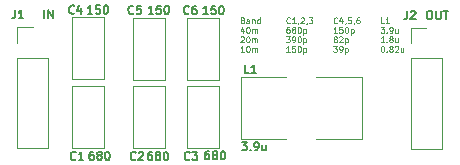
<source format=gbr>
%TF.GenerationSoftware,KiCad,Pcbnew,(6.0.7)*%
%TF.CreationDate,2024-06-12T17:15:33-04:00*%
%TF.ProjectId,DCR BPF V1,44435220-4250-4462-9056-312e6b696361,rev?*%
%TF.SameCoordinates,Original*%
%TF.FileFunction,Legend,Top*%
%TF.FilePolarity,Positive*%
%FSLAX46Y46*%
G04 Gerber Fmt 4.6, Leading zero omitted, Abs format (unit mm)*
G04 Created by KiCad (PCBNEW (6.0.7)) date 2024-06-12 17:15:33*
%MOMM*%
%LPD*%
G01*
G04 APERTURE LIST*
%ADD10C,0.050000*%
%ADD11C,0.150000*%
%ADD12C,0.120000*%
G04 APERTURE END LIST*
D10*
X62294214Y-56033785D02*
X62365642Y-56057595D01*
X62389452Y-56081404D01*
X62413261Y-56129023D01*
X62413261Y-56200452D01*
X62389452Y-56248071D01*
X62365642Y-56271880D01*
X62318023Y-56295690D01*
X62127547Y-56295690D01*
X62127547Y-55795690D01*
X62294214Y-55795690D01*
X62341833Y-55819500D01*
X62365642Y-55843309D01*
X62389452Y-55890928D01*
X62389452Y-55938547D01*
X62365642Y-55986166D01*
X62341833Y-56009976D01*
X62294214Y-56033785D01*
X62127547Y-56033785D01*
X62841833Y-56295690D02*
X62841833Y-56033785D01*
X62818023Y-55986166D01*
X62770404Y-55962357D01*
X62675166Y-55962357D01*
X62627547Y-55986166D01*
X62841833Y-56271880D02*
X62794214Y-56295690D01*
X62675166Y-56295690D01*
X62627547Y-56271880D01*
X62603738Y-56224261D01*
X62603738Y-56176642D01*
X62627547Y-56129023D01*
X62675166Y-56105214D01*
X62794214Y-56105214D01*
X62841833Y-56081404D01*
X63079928Y-55962357D02*
X63079928Y-56295690D01*
X63079928Y-56009976D02*
X63103738Y-55986166D01*
X63151357Y-55962357D01*
X63222785Y-55962357D01*
X63270404Y-55986166D01*
X63294214Y-56033785D01*
X63294214Y-56295690D01*
X63746595Y-56295690D02*
X63746595Y-55795690D01*
X63746595Y-56271880D02*
X63698976Y-56295690D01*
X63603738Y-56295690D01*
X63556119Y-56271880D01*
X63532309Y-56248071D01*
X63508500Y-56200452D01*
X63508500Y-56057595D01*
X63532309Y-56009976D01*
X63556119Y-55986166D01*
X63603738Y-55962357D01*
X63698976Y-55962357D01*
X63746595Y-55986166D01*
X66294214Y-56248071D02*
X66270404Y-56271880D01*
X66198976Y-56295690D01*
X66151357Y-56295690D01*
X66079928Y-56271880D01*
X66032309Y-56224261D01*
X66008500Y-56176642D01*
X65984690Y-56081404D01*
X65984690Y-56009976D01*
X66008500Y-55914738D01*
X66032309Y-55867119D01*
X66079928Y-55819500D01*
X66151357Y-55795690D01*
X66198976Y-55795690D01*
X66270404Y-55819500D01*
X66294214Y-55843309D01*
X66770404Y-56295690D02*
X66484690Y-56295690D01*
X66627547Y-56295690D02*
X66627547Y-55795690D01*
X66579928Y-55867119D01*
X66532309Y-55914738D01*
X66484690Y-55938547D01*
X67008500Y-56271880D02*
X67008500Y-56295690D01*
X66984690Y-56343309D01*
X66960880Y-56367119D01*
X67198976Y-55843309D02*
X67222785Y-55819500D01*
X67270404Y-55795690D01*
X67389452Y-55795690D01*
X67437071Y-55819500D01*
X67460880Y-55843309D01*
X67484690Y-55890928D01*
X67484690Y-55938547D01*
X67460880Y-56009976D01*
X67175166Y-56295690D01*
X67484690Y-56295690D01*
X67722785Y-56271880D02*
X67722785Y-56295690D01*
X67698976Y-56343309D01*
X67675166Y-56367119D01*
X67889452Y-55795690D02*
X68198976Y-55795690D01*
X68032309Y-55986166D01*
X68103738Y-55986166D01*
X68151357Y-56009976D01*
X68175166Y-56033785D01*
X68198976Y-56081404D01*
X68198976Y-56200452D01*
X68175166Y-56248071D01*
X68151357Y-56271880D01*
X68103738Y-56295690D01*
X67960880Y-56295690D01*
X67913261Y-56271880D01*
X67889452Y-56248071D01*
X70294214Y-56248071D02*
X70270404Y-56271880D01*
X70198976Y-56295690D01*
X70151357Y-56295690D01*
X70079928Y-56271880D01*
X70032309Y-56224261D01*
X70008500Y-56176642D01*
X69984690Y-56081404D01*
X69984690Y-56009976D01*
X70008500Y-55914738D01*
X70032309Y-55867119D01*
X70079928Y-55819500D01*
X70151357Y-55795690D01*
X70198976Y-55795690D01*
X70270404Y-55819500D01*
X70294214Y-55843309D01*
X70722785Y-55962357D02*
X70722785Y-56295690D01*
X70603738Y-55771880D02*
X70484690Y-56129023D01*
X70794214Y-56129023D01*
X71008500Y-56271880D02*
X71008500Y-56295690D01*
X70984690Y-56343309D01*
X70960880Y-56367119D01*
X71460880Y-55795690D02*
X71222785Y-55795690D01*
X71198976Y-56033785D01*
X71222785Y-56009976D01*
X71270404Y-55986166D01*
X71389452Y-55986166D01*
X71437071Y-56009976D01*
X71460880Y-56033785D01*
X71484690Y-56081404D01*
X71484690Y-56200452D01*
X71460880Y-56248071D01*
X71437071Y-56271880D01*
X71389452Y-56295690D01*
X71270404Y-56295690D01*
X71222785Y-56271880D01*
X71198976Y-56248071D01*
X71722785Y-56271880D02*
X71722785Y-56295690D01*
X71698976Y-56343309D01*
X71675166Y-56367119D01*
X72151357Y-55795690D02*
X72056119Y-55795690D01*
X72008500Y-55819500D01*
X71984690Y-55843309D01*
X71937071Y-55914738D01*
X71913261Y-56009976D01*
X71913261Y-56200452D01*
X71937071Y-56248071D01*
X71960880Y-56271880D01*
X72008500Y-56295690D01*
X72103738Y-56295690D01*
X72151357Y-56271880D01*
X72175166Y-56248071D01*
X72198976Y-56200452D01*
X72198976Y-56081404D01*
X72175166Y-56033785D01*
X72151357Y-56009976D01*
X72103738Y-55986166D01*
X72008500Y-55986166D01*
X71960880Y-56009976D01*
X71937071Y-56033785D01*
X71913261Y-56081404D01*
X74246595Y-56295690D02*
X74008500Y-56295690D01*
X74008500Y-55795690D01*
X74675166Y-56295690D02*
X74389452Y-56295690D01*
X74532309Y-56295690D02*
X74532309Y-55795690D01*
X74484690Y-55867119D01*
X74437071Y-55914738D01*
X74389452Y-55938547D01*
X62341833Y-56767357D02*
X62341833Y-57100690D01*
X62222785Y-56576880D02*
X62103738Y-56934023D01*
X62413261Y-56934023D01*
X62698976Y-56600690D02*
X62746595Y-56600690D01*
X62794214Y-56624500D01*
X62818023Y-56648309D01*
X62841833Y-56695928D01*
X62865642Y-56791166D01*
X62865642Y-56910214D01*
X62841833Y-57005452D01*
X62818023Y-57053071D01*
X62794214Y-57076880D01*
X62746595Y-57100690D01*
X62698976Y-57100690D01*
X62651357Y-57076880D01*
X62627547Y-57053071D01*
X62603738Y-57005452D01*
X62579928Y-56910214D01*
X62579928Y-56791166D01*
X62603738Y-56695928D01*
X62627547Y-56648309D01*
X62651357Y-56624500D01*
X62698976Y-56600690D01*
X63079928Y-57100690D02*
X63079928Y-56767357D01*
X63079928Y-56814976D02*
X63103738Y-56791166D01*
X63151357Y-56767357D01*
X63222785Y-56767357D01*
X63270404Y-56791166D01*
X63294214Y-56838785D01*
X63294214Y-57100690D01*
X63294214Y-56838785D02*
X63318023Y-56791166D01*
X63365642Y-56767357D01*
X63437071Y-56767357D01*
X63484690Y-56791166D01*
X63508500Y-56838785D01*
X63508500Y-57100690D01*
X66222785Y-56600690D02*
X66127547Y-56600690D01*
X66079928Y-56624500D01*
X66056119Y-56648309D01*
X66008500Y-56719738D01*
X65984690Y-56814976D01*
X65984690Y-57005452D01*
X66008500Y-57053071D01*
X66032309Y-57076880D01*
X66079928Y-57100690D01*
X66175166Y-57100690D01*
X66222785Y-57076880D01*
X66246595Y-57053071D01*
X66270404Y-57005452D01*
X66270404Y-56886404D01*
X66246595Y-56838785D01*
X66222785Y-56814976D01*
X66175166Y-56791166D01*
X66079928Y-56791166D01*
X66032309Y-56814976D01*
X66008500Y-56838785D01*
X65984690Y-56886404D01*
X66556119Y-56814976D02*
X66508500Y-56791166D01*
X66484690Y-56767357D01*
X66460880Y-56719738D01*
X66460880Y-56695928D01*
X66484690Y-56648309D01*
X66508500Y-56624500D01*
X66556119Y-56600690D01*
X66651357Y-56600690D01*
X66698976Y-56624500D01*
X66722785Y-56648309D01*
X66746595Y-56695928D01*
X66746595Y-56719738D01*
X66722785Y-56767357D01*
X66698976Y-56791166D01*
X66651357Y-56814976D01*
X66556119Y-56814976D01*
X66508500Y-56838785D01*
X66484690Y-56862595D01*
X66460880Y-56910214D01*
X66460880Y-57005452D01*
X66484690Y-57053071D01*
X66508500Y-57076880D01*
X66556119Y-57100690D01*
X66651357Y-57100690D01*
X66698976Y-57076880D01*
X66722785Y-57053071D01*
X66746595Y-57005452D01*
X66746595Y-56910214D01*
X66722785Y-56862595D01*
X66698976Y-56838785D01*
X66651357Y-56814976D01*
X67056119Y-56600690D02*
X67103738Y-56600690D01*
X67151357Y-56624500D01*
X67175166Y-56648309D01*
X67198976Y-56695928D01*
X67222785Y-56791166D01*
X67222785Y-56910214D01*
X67198976Y-57005452D01*
X67175166Y-57053071D01*
X67151357Y-57076880D01*
X67103738Y-57100690D01*
X67056119Y-57100690D01*
X67008500Y-57076880D01*
X66984690Y-57053071D01*
X66960880Y-57005452D01*
X66937071Y-56910214D01*
X66937071Y-56791166D01*
X66960880Y-56695928D01*
X66984690Y-56648309D01*
X67008500Y-56624500D01*
X67056119Y-56600690D01*
X67437071Y-56767357D02*
X67437071Y-57267357D01*
X67437071Y-56791166D02*
X67484690Y-56767357D01*
X67579928Y-56767357D01*
X67627547Y-56791166D01*
X67651357Y-56814976D01*
X67675166Y-56862595D01*
X67675166Y-57005452D01*
X67651357Y-57053071D01*
X67627547Y-57076880D01*
X67579928Y-57100690D01*
X67484690Y-57100690D01*
X67437071Y-57076880D01*
X70270404Y-57100690D02*
X69984690Y-57100690D01*
X70127547Y-57100690D02*
X70127547Y-56600690D01*
X70079928Y-56672119D01*
X70032309Y-56719738D01*
X69984690Y-56743547D01*
X70722785Y-56600690D02*
X70484690Y-56600690D01*
X70460880Y-56838785D01*
X70484690Y-56814976D01*
X70532309Y-56791166D01*
X70651357Y-56791166D01*
X70698976Y-56814976D01*
X70722785Y-56838785D01*
X70746595Y-56886404D01*
X70746595Y-57005452D01*
X70722785Y-57053071D01*
X70698976Y-57076880D01*
X70651357Y-57100690D01*
X70532309Y-57100690D01*
X70484690Y-57076880D01*
X70460880Y-57053071D01*
X71056119Y-56600690D02*
X71103738Y-56600690D01*
X71151357Y-56624500D01*
X71175166Y-56648309D01*
X71198976Y-56695928D01*
X71222785Y-56791166D01*
X71222785Y-56910214D01*
X71198976Y-57005452D01*
X71175166Y-57053071D01*
X71151357Y-57076880D01*
X71103738Y-57100690D01*
X71056119Y-57100690D01*
X71008500Y-57076880D01*
X70984690Y-57053071D01*
X70960880Y-57005452D01*
X70937071Y-56910214D01*
X70937071Y-56791166D01*
X70960880Y-56695928D01*
X70984690Y-56648309D01*
X71008500Y-56624500D01*
X71056119Y-56600690D01*
X71437071Y-56767357D02*
X71437071Y-57267357D01*
X71437071Y-56791166D02*
X71484690Y-56767357D01*
X71579928Y-56767357D01*
X71627547Y-56791166D01*
X71651357Y-56814976D01*
X71675166Y-56862595D01*
X71675166Y-57005452D01*
X71651357Y-57053071D01*
X71627547Y-57076880D01*
X71579928Y-57100690D01*
X71484690Y-57100690D01*
X71437071Y-57076880D01*
X73960880Y-56600690D02*
X74270404Y-56600690D01*
X74103738Y-56791166D01*
X74175166Y-56791166D01*
X74222785Y-56814976D01*
X74246595Y-56838785D01*
X74270404Y-56886404D01*
X74270404Y-57005452D01*
X74246595Y-57053071D01*
X74222785Y-57076880D01*
X74175166Y-57100690D01*
X74032309Y-57100690D01*
X73984690Y-57076880D01*
X73960880Y-57053071D01*
X74484690Y-57053071D02*
X74508500Y-57076880D01*
X74484690Y-57100690D01*
X74460880Y-57076880D01*
X74484690Y-57053071D01*
X74484690Y-57100690D01*
X74746595Y-57100690D02*
X74841833Y-57100690D01*
X74889452Y-57076880D01*
X74913261Y-57053071D01*
X74960880Y-56981642D01*
X74984690Y-56886404D01*
X74984690Y-56695928D01*
X74960880Y-56648309D01*
X74937071Y-56624500D01*
X74889452Y-56600690D01*
X74794214Y-56600690D01*
X74746595Y-56624500D01*
X74722785Y-56648309D01*
X74698976Y-56695928D01*
X74698976Y-56814976D01*
X74722785Y-56862595D01*
X74746595Y-56886404D01*
X74794214Y-56910214D01*
X74889452Y-56910214D01*
X74937071Y-56886404D01*
X74960880Y-56862595D01*
X74984690Y-56814976D01*
X75413261Y-56767357D02*
X75413261Y-57100690D01*
X75198976Y-56767357D02*
X75198976Y-57029261D01*
X75222785Y-57076880D01*
X75270404Y-57100690D01*
X75341833Y-57100690D01*
X75389452Y-57076880D01*
X75413261Y-57053071D01*
X62103738Y-57453309D02*
X62127547Y-57429500D01*
X62175166Y-57405690D01*
X62294214Y-57405690D01*
X62341833Y-57429500D01*
X62365642Y-57453309D01*
X62389452Y-57500928D01*
X62389452Y-57548547D01*
X62365642Y-57619976D01*
X62079928Y-57905690D01*
X62389452Y-57905690D01*
X62698976Y-57405690D02*
X62746595Y-57405690D01*
X62794214Y-57429500D01*
X62818023Y-57453309D01*
X62841833Y-57500928D01*
X62865642Y-57596166D01*
X62865642Y-57715214D01*
X62841833Y-57810452D01*
X62818023Y-57858071D01*
X62794214Y-57881880D01*
X62746595Y-57905690D01*
X62698976Y-57905690D01*
X62651357Y-57881880D01*
X62627547Y-57858071D01*
X62603738Y-57810452D01*
X62579928Y-57715214D01*
X62579928Y-57596166D01*
X62603738Y-57500928D01*
X62627547Y-57453309D01*
X62651357Y-57429500D01*
X62698976Y-57405690D01*
X63079928Y-57905690D02*
X63079928Y-57572357D01*
X63079928Y-57619976D02*
X63103738Y-57596166D01*
X63151357Y-57572357D01*
X63222785Y-57572357D01*
X63270404Y-57596166D01*
X63294214Y-57643785D01*
X63294214Y-57905690D01*
X63294214Y-57643785D02*
X63318023Y-57596166D01*
X63365642Y-57572357D01*
X63437071Y-57572357D01*
X63484690Y-57596166D01*
X63508500Y-57643785D01*
X63508500Y-57905690D01*
X65960880Y-57405690D02*
X66270404Y-57405690D01*
X66103738Y-57596166D01*
X66175166Y-57596166D01*
X66222785Y-57619976D01*
X66246595Y-57643785D01*
X66270404Y-57691404D01*
X66270404Y-57810452D01*
X66246595Y-57858071D01*
X66222785Y-57881880D01*
X66175166Y-57905690D01*
X66032309Y-57905690D01*
X65984690Y-57881880D01*
X65960880Y-57858071D01*
X66508500Y-57905690D02*
X66603738Y-57905690D01*
X66651357Y-57881880D01*
X66675166Y-57858071D01*
X66722785Y-57786642D01*
X66746595Y-57691404D01*
X66746595Y-57500928D01*
X66722785Y-57453309D01*
X66698976Y-57429500D01*
X66651357Y-57405690D01*
X66556119Y-57405690D01*
X66508500Y-57429500D01*
X66484690Y-57453309D01*
X66460880Y-57500928D01*
X66460880Y-57619976D01*
X66484690Y-57667595D01*
X66508500Y-57691404D01*
X66556119Y-57715214D01*
X66651357Y-57715214D01*
X66698976Y-57691404D01*
X66722785Y-57667595D01*
X66746595Y-57619976D01*
X67056119Y-57405690D02*
X67103738Y-57405690D01*
X67151357Y-57429500D01*
X67175166Y-57453309D01*
X67198976Y-57500928D01*
X67222785Y-57596166D01*
X67222785Y-57715214D01*
X67198976Y-57810452D01*
X67175166Y-57858071D01*
X67151357Y-57881880D01*
X67103738Y-57905690D01*
X67056119Y-57905690D01*
X67008500Y-57881880D01*
X66984690Y-57858071D01*
X66960880Y-57810452D01*
X66937071Y-57715214D01*
X66937071Y-57596166D01*
X66960880Y-57500928D01*
X66984690Y-57453309D01*
X67008500Y-57429500D01*
X67056119Y-57405690D01*
X67437071Y-57572357D02*
X67437071Y-58072357D01*
X67437071Y-57596166D02*
X67484690Y-57572357D01*
X67579928Y-57572357D01*
X67627547Y-57596166D01*
X67651357Y-57619976D01*
X67675166Y-57667595D01*
X67675166Y-57810452D01*
X67651357Y-57858071D01*
X67627547Y-57881880D01*
X67579928Y-57905690D01*
X67484690Y-57905690D01*
X67437071Y-57881880D01*
X70079928Y-57619976D02*
X70032309Y-57596166D01*
X70008500Y-57572357D01*
X69984690Y-57524738D01*
X69984690Y-57500928D01*
X70008500Y-57453309D01*
X70032309Y-57429500D01*
X70079928Y-57405690D01*
X70175166Y-57405690D01*
X70222785Y-57429500D01*
X70246595Y-57453309D01*
X70270404Y-57500928D01*
X70270404Y-57524738D01*
X70246595Y-57572357D01*
X70222785Y-57596166D01*
X70175166Y-57619976D01*
X70079928Y-57619976D01*
X70032309Y-57643785D01*
X70008500Y-57667595D01*
X69984690Y-57715214D01*
X69984690Y-57810452D01*
X70008500Y-57858071D01*
X70032309Y-57881880D01*
X70079928Y-57905690D01*
X70175166Y-57905690D01*
X70222785Y-57881880D01*
X70246595Y-57858071D01*
X70270404Y-57810452D01*
X70270404Y-57715214D01*
X70246595Y-57667595D01*
X70222785Y-57643785D01*
X70175166Y-57619976D01*
X70460880Y-57453309D02*
X70484690Y-57429500D01*
X70532309Y-57405690D01*
X70651357Y-57405690D01*
X70698976Y-57429500D01*
X70722785Y-57453309D01*
X70746595Y-57500928D01*
X70746595Y-57548547D01*
X70722785Y-57619976D01*
X70437071Y-57905690D01*
X70746595Y-57905690D01*
X70960880Y-57572357D02*
X70960880Y-58072357D01*
X70960880Y-57596166D02*
X71008500Y-57572357D01*
X71103738Y-57572357D01*
X71151357Y-57596166D01*
X71175166Y-57619976D01*
X71198976Y-57667595D01*
X71198976Y-57810452D01*
X71175166Y-57858071D01*
X71151357Y-57881880D01*
X71103738Y-57905690D01*
X71008500Y-57905690D01*
X70960880Y-57881880D01*
X74270404Y-57905690D02*
X73984690Y-57905690D01*
X74127547Y-57905690D02*
X74127547Y-57405690D01*
X74079928Y-57477119D01*
X74032309Y-57524738D01*
X73984690Y-57548547D01*
X74484690Y-57858071D02*
X74508500Y-57881880D01*
X74484690Y-57905690D01*
X74460880Y-57881880D01*
X74484690Y-57858071D01*
X74484690Y-57905690D01*
X74794214Y-57619976D02*
X74746595Y-57596166D01*
X74722785Y-57572357D01*
X74698976Y-57524738D01*
X74698976Y-57500928D01*
X74722785Y-57453309D01*
X74746595Y-57429500D01*
X74794214Y-57405690D01*
X74889452Y-57405690D01*
X74937071Y-57429500D01*
X74960880Y-57453309D01*
X74984690Y-57500928D01*
X74984690Y-57524738D01*
X74960880Y-57572357D01*
X74937071Y-57596166D01*
X74889452Y-57619976D01*
X74794214Y-57619976D01*
X74746595Y-57643785D01*
X74722785Y-57667595D01*
X74698976Y-57715214D01*
X74698976Y-57810452D01*
X74722785Y-57858071D01*
X74746595Y-57881880D01*
X74794214Y-57905690D01*
X74889452Y-57905690D01*
X74937071Y-57881880D01*
X74960880Y-57858071D01*
X74984690Y-57810452D01*
X74984690Y-57715214D01*
X74960880Y-57667595D01*
X74937071Y-57643785D01*
X74889452Y-57619976D01*
X75413261Y-57572357D02*
X75413261Y-57905690D01*
X75198976Y-57572357D02*
X75198976Y-57834261D01*
X75222785Y-57881880D01*
X75270404Y-57905690D01*
X75341833Y-57905690D01*
X75389452Y-57881880D01*
X75413261Y-57858071D01*
X62389452Y-58710690D02*
X62103738Y-58710690D01*
X62246595Y-58710690D02*
X62246595Y-58210690D01*
X62198976Y-58282119D01*
X62151357Y-58329738D01*
X62103738Y-58353547D01*
X62698976Y-58210690D02*
X62746595Y-58210690D01*
X62794214Y-58234500D01*
X62818023Y-58258309D01*
X62841833Y-58305928D01*
X62865642Y-58401166D01*
X62865642Y-58520214D01*
X62841833Y-58615452D01*
X62818023Y-58663071D01*
X62794214Y-58686880D01*
X62746595Y-58710690D01*
X62698976Y-58710690D01*
X62651357Y-58686880D01*
X62627547Y-58663071D01*
X62603738Y-58615452D01*
X62579928Y-58520214D01*
X62579928Y-58401166D01*
X62603738Y-58305928D01*
X62627547Y-58258309D01*
X62651357Y-58234500D01*
X62698976Y-58210690D01*
X63079928Y-58710690D02*
X63079928Y-58377357D01*
X63079928Y-58424976D02*
X63103738Y-58401166D01*
X63151357Y-58377357D01*
X63222785Y-58377357D01*
X63270404Y-58401166D01*
X63294214Y-58448785D01*
X63294214Y-58710690D01*
X63294214Y-58448785D02*
X63318023Y-58401166D01*
X63365642Y-58377357D01*
X63437071Y-58377357D01*
X63484690Y-58401166D01*
X63508500Y-58448785D01*
X63508500Y-58710690D01*
X66270404Y-58710690D02*
X65984690Y-58710690D01*
X66127547Y-58710690D02*
X66127547Y-58210690D01*
X66079928Y-58282119D01*
X66032309Y-58329738D01*
X65984690Y-58353547D01*
X66722785Y-58210690D02*
X66484690Y-58210690D01*
X66460880Y-58448785D01*
X66484690Y-58424976D01*
X66532309Y-58401166D01*
X66651357Y-58401166D01*
X66698976Y-58424976D01*
X66722785Y-58448785D01*
X66746595Y-58496404D01*
X66746595Y-58615452D01*
X66722785Y-58663071D01*
X66698976Y-58686880D01*
X66651357Y-58710690D01*
X66532309Y-58710690D01*
X66484690Y-58686880D01*
X66460880Y-58663071D01*
X67056119Y-58210690D02*
X67103738Y-58210690D01*
X67151357Y-58234500D01*
X67175166Y-58258309D01*
X67198976Y-58305928D01*
X67222785Y-58401166D01*
X67222785Y-58520214D01*
X67198976Y-58615452D01*
X67175166Y-58663071D01*
X67151357Y-58686880D01*
X67103738Y-58710690D01*
X67056119Y-58710690D01*
X67008500Y-58686880D01*
X66984690Y-58663071D01*
X66960880Y-58615452D01*
X66937071Y-58520214D01*
X66937071Y-58401166D01*
X66960880Y-58305928D01*
X66984690Y-58258309D01*
X67008500Y-58234500D01*
X67056119Y-58210690D01*
X67437071Y-58377357D02*
X67437071Y-58877357D01*
X67437071Y-58401166D02*
X67484690Y-58377357D01*
X67579928Y-58377357D01*
X67627547Y-58401166D01*
X67651357Y-58424976D01*
X67675166Y-58472595D01*
X67675166Y-58615452D01*
X67651357Y-58663071D01*
X67627547Y-58686880D01*
X67579928Y-58710690D01*
X67484690Y-58710690D01*
X67437071Y-58686880D01*
X69960880Y-58210690D02*
X70270404Y-58210690D01*
X70103738Y-58401166D01*
X70175166Y-58401166D01*
X70222785Y-58424976D01*
X70246595Y-58448785D01*
X70270404Y-58496404D01*
X70270404Y-58615452D01*
X70246595Y-58663071D01*
X70222785Y-58686880D01*
X70175166Y-58710690D01*
X70032309Y-58710690D01*
X69984690Y-58686880D01*
X69960880Y-58663071D01*
X70508500Y-58710690D02*
X70603738Y-58710690D01*
X70651357Y-58686880D01*
X70675166Y-58663071D01*
X70722785Y-58591642D01*
X70746595Y-58496404D01*
X70746595Y-58305928D01*
X70722785Y-58258309D01*
X70698976Y-58234500D01*
X70651357Y-58210690D01*
X70556119Y-58210690D01*
X70508500Y-58234500D01*
X70484690Y-58258309D01*
X70460880Y-58305928D01*
X70460880Y-58424976D01*
X70484690Y-58472595D01*
X70508500Y-58496404D01*
X70556119Y-58520214D01*
X70651357Y-58520214D01*
X70698976Y-58496404D01*
X70722785Y-58472595D01*
X70746595Y-58424976D01*
X70960880Y-58377357D02*
X70960880Y-58877357D01*
X70960880Y-58401166D02*
X71008500Y-58377357D01*
X71103738Y-58377357D01*
X71151357Y-58401166D01*
X71175166Y-58424976D01*
X71198976Y-58472595D01*
X71198976Y-58615452D01*
X71175166Y-58663071D01*
X71151357Y-58686880D01*
X71103738Y-58710690D01*
X71008500Y-58710690D01*
X70960880Y-58686880D01*
X74103738Y-58210690D02*
X74151357Y-58210690D01*
X74198976Y-58234500D01*
X74222785Y-58258309D01*
X74246595Y-58305928D01*
X74270404Y-58401166D01*
X74270404Y-58520214D01*
X74246595Y-58615452D01*
X74222785Y-58663071D01*
X74198976Y-58686880D01*
X74151357Y-58710690D01*
X74103738Y-58710690D01*
X74056119Y-58686880D01*
X74032309Y-58663071D01*
X74008500Y-58615452D01*
X73984690Y-58520214D01*
X73984690Y-58401166D01*
X74008500Y-58305928D01*
X74032309Y-58258309D01*
X74056119Y-58234500D01*
X74103738Y-58210690D01*
X74484690Y-58663071D02*
X74508500Y-58686880D01*
X74484690Y-58710690D01*
X74460880Y-58686880D01*
X74484690Y-58663071D01*
X74484690Y-58710690D01*
X74794214Y-58424976D02*
X74746595Y-58401166D01*
X74722785Y-58377357D01*
X74698976Y-58329738D01*
X74698976Y-58305928D01*
X74722785Y-58258309D01*
X74746595Y-58234500D01*
X74794214Y-58210690D01*
X74889452Y-58210690D01*
X74937071Y-58234500D01*
X74960880Y-58258309D01*
X74984690Y-58305928D01*
X74984690Y-58329738D01*
X74960880Y-58377357D01*
X74937071Y-58401166D01*
X74889452Y-58424976D01*
X74794214Y-58424976D01*
X74746595Y-58448785D01*
X74722785Y-58472595D01*
X74698976Y-58520214D01*
X74698976Y-58615452D01*
X74722785Y-58663071D01*
X74746595Y-58686880D01*
X74794214Y-58710690D01*
X74889452Y-58710690D01*
X74937071Y-58686880D01*
X74960880Y-58663071D01*
X74984690Y-58615452D01*
X74984690Y-58520214D01*
X74960880Y-58472595D01*
X74937071Y-58448785D01*
X74889452Y-58424976D01*
X75175166Y-58258309D02*
X75198976Y-58234500D01*
X75246595Y-58210690D01*
X75365642Y-58210690D01*
X75413261Y-58234500D01*
X75437071Y-58258309D01*
X75460880Y-58305928D01*
X75460880Y-58353547D01*
X75437071Y-58424976D01*
X75151357Y-58710690D01*
X75460880Y-58710690D01*
X75889452Y-58377357D02*
X75889452Y-58710690D01*
X75675166Y-58377357D02*
X75675166Y-58639261D01*
X75698976Y-58686880D01*
X75746595Y-58710690D01*
X75818023Y-58710690D01*
X75865642Y-58686880D01*
X75889452Y-58663071D01*
D11*
%TO.C,C5*%
X53032833Y-55431500D02*
X52999500Y-55464833D01*
X52899500Y-55498166D01*
X52832833Y-55498166D01*
X52732833Y-55464833D01*
X52666166Y-55398166D01*
X52632833Y-55331500D01*
X52599500Y-55198166D01*
X52599500Y-55098166D01*
X52632833Y-54964833D01*
X52666166Y-54898166D01*
X52732833Y-54831500D01*
X52832833Y-54798166D01*
X52899500Y-54798166D01*
X52999500Y-54831500D01*
X53032833Y-54864833D01*
X53666166Y-54798166D02*
X53332833Y-54798166D01*
X53299500Y-55131500D01*
X53332833Y-55098166D01*
X53399500Y-55064833D01*
X53566166Y-55064833D01*
X53632833Y-55098166D01*
X53666166Y-55131500D01*
X53699500Y-55198166D01*
X53699500Y-55364833D01*
X53666166Y-55431500D01*
X53632833Y-55464833D01*
X53566166Y-55498166D01*
X53399500Y-55498166D01*
X53332833Y-55464833D01*
X53299500Y-55431500D01*
X54714833Y-55498166D02*
X54314833Y-55498166D01*
X54514833Y-55498166D02*
X54514833Y-54798166D01*
X54448166Y-54898166D01*
X54381500Y-54964833D01*
X54314833Y-54998166D01*
X55348166Y-54798166D02*
X55014833Y-54798166D01*
X54981500Y-55131500D01*
X55014833Y-55098166D01*
X55081500Y-55064833D01*
X55248166Y-55064833D01*
X55314833Y-55098166D01*
X55348166Y-55131500D01*
X55381500Y-55198166D01*
X55381500Y-55364833D01*
X55348166Y-55431500D01*
X55314833Y-55464833D01*
X55248166Y-55498166D01*
X55081500Y-55498166D01*
X55014833Y-55464833D01*
X54981500Y-55431500D01*
X55814833Y-54798166D02*
X55881500Y-54798166D01*
X55948166Y-54831500D01*
X55981500Y-54864833D01*
X56014833Y-54931500D01*
X56048166Y-55064833D01*
X56048166Y-55231500D01*
X56014833Y-55364833D01*
X55981500Y-55431500D01*
X55948166Y-55464833D01*
X55881500Y-55498166D01*
X55814833Y-55498166D01*
X55748166Y-55464833D01*
X55714833Y-55431500D01*
X55681500Y-55364833D01*
X55648166Y-55231500D01*
X55648166Y-55064833D01*
X55681500Y-54931500D01*
X55714833Y-54864833D01*
X55748166Y-54831500D01*
X55814833Y-54798166D01*
%TO.C,C6*%
X57731833Y-55451500D02*
X57698500Y-55484833D01*
X57598500Y-55518166D01*
X57531833Y-55518166D01*
X57431833Y-55484833D01*
X57365166Y-55418166D01*
X57331833Y-55351500D01*
X57298500Y-55218166D01*
X57298500Y-55118166D01*
X57331833Y-54984833D01*
X57365166Y-54918166D01*
X57431833Y-54851500D01*
X57531833Y-54818166D01*
X57598500Y-54818166D01*
X57698500Y-54851500D01*
X57731833Y-54884833D01*
X58331833Y-54818166D02*
X58198500Y-54818166D01*
X58131833Y-54851500D01*
X58098500Y-54884833D01*
X58031833Y-54984833D01*
X57998500Y-55118166D01*
X57998500Y-55384833D01*
X58031833Y-55451500D01*
X58065166Y-55484833D01*
X58131833Y-55518166D01*
X58265166Y-55518166D01*
X58331833Y-55484833D01*
X58365166Y-55451500D01*
X58398500Y-55384833D01*
X58398500Y-55218166D01*
X58365166Y-55151500D01*
X58331833Y-55118166D01*
X58265166Y-55084833D01*
X58131833Y-55084833D01*
X58065166Y-55118166D01*
X58031833Y-55151500D01*
X57998500Y-55218166D01*
X59350333Y-55518166D02*
X58950333Y-55518166D01*
X59150333Y-55518166D02*
X59150333Y-54818166D01*
X59083666Y-54918166D01*
X59017000Y-54984833D01*
X58950333Y-55018166D01*
X59983666Y-54818166D02*
X59650333Y-54818166D01*
X59617000Y-55151500D01*
X59650333Y-55118166D01*
X59717000Y-55084833D01*
X59883666Y-55084833D01*
X59950333Y-55118166D01*
X59983666Y-55151500D01*
X60017000Y-55218166D01*
X60017000Y-55384833D01*
X59983666Y-55451500D01*
X59950333Y-55484833D01*
X59883666Y-55518166D01*
X59717000Y-55518166D01*
X59650333Y-55484833D01*
X59617000Y-55451500D01*
X60450333Y-54818166D02*
X60517000Y-54818166D01*
X60583666Y-54851500D01*
X60617000Y-54884833D01*
X60650333Y-54951500D01*
X60683666Y-55084833D01*
X60683666Y-55251500D01*
X60650333Y-55384833D01*
X60617000Y-55451500D01*
X60583666Y-55484833D01*
X60517000Y-55518166D01*
X60450333Y-55518166D01*
X60383666Y-55484833D01*
X60350333Y-55451500D01*
X60317000Y-55384833D01*
X60283666Y-55251500D01*
X60283666Y-55084833D01*
X60317000Y-54951500D01*
X60350333Y-54884833D01*
X60383666Y-54851500D01*
X60450333Y-54818166D01*
%TO.C,C3*%
X57795333Y-67814000D02*
X57762000Y-67847333D01*
X57662000Y-67880666D01*
X57595333Y-67880666D01*
X57495333Y-67847333D01*
X57428666Y-67780666D01*
X57395333Y-67714000D01*
X57362000Y-67580666D01*
X57362000Y-67480666D01*
X57395333Y-67347333D01*
X57428666Y-67280666D01*
X57495333Y-67214000D01*
X57595333Y-67180666D01*
X57662000Y-67180666D01*
X57762000Y-67214000D01*
X57795333Y-67247333D01*
X58028666Y-67180666D02*
X58462000Y-67180666D01*
X58228666Y-67447333D01*
X58328666Y-67447333D01*
X58395333Y-67480666D01*
X58428666Y-67514000D01*
X58462000Y-67580666D01*
X58462000Y-67747333D01*
X58428666Y-67814000D01*
X58395333Y-67847333D01*
X58328666Y-67880666D01*
X58128666Y-67880666D01*
X58062000Y-67847333D01*
X58028666Y-67814000D01*
X59410666Y-67117166D02*
X59277333Y-67117166D01*
X59210666Y-67150500D01*
X59177333Y-67183833D01*
X59110666Y-67283833D01*
X59077333Y-67417166D01*
X59077333Y-67683833D01*
X59110666Y-67750500D01*
X59144000Y-67783833D01*
X59210666Y-67817166D01*
X59344000Y-67817166D01*
X59410666Y-67783833D01*
X59444000Y-67750500D01*
X59477333Y-67683833D01*
X59477333Y-67517166D01*
X59444000Y-67450500D01*
X59410666Y-67417166D01*
X59344000Y-67383833D01*
X59210666Y-67383833D01*
X59144000Y-67417166D01*
X59110666Y-67450500D01*
X59077333Y-67517166D01*
X59877333Y-67417166D02*
X59810666Y-67383833D01*
X59777333Y-67350500D01*
X59744000Y-67283833D01*
X59744000Y-67250500D01*
X59777333Y-67183833D01*
X59810666Y-67150500D01*
X59877333Y-67117166D01*
X60010666Y-67117166D01*
X60077333Y-67150500D01*
X60110666Y-67183833D01*
X60144000Y-67250500D01*
X60144000Y-67283833D01*
X60110666Y-67350500D01*
X60077333Y-67383833D01*
X60010666Y-67417166D01*
X59877333Y-67417166D01*
X59810666Y-67450500D01*
X59777333Y-67483833D01*
X59744000Y-67550500D01*
X59744000Y-67683833D01*
X59777333Y-67750500D01*
X59810666Y-67783833D01*
X59877333Y-67817166D01*
X60010666Y-67817166D01*
X60077333Y-67783833D01*
X60110666Y-67750500D01*
X60144000Y-67683833D01*
X60144000Y-67550500D01*
X60110666Y-67483833D01*
X60077333Y-67450500D01*
X60010666Y-67417166D01*
X60577333Y-67117166D02*
X60644000Y-67117166D01*
X60710666Y-67150500D01*
X60744000Y-67183833D01*
X60777333Y-67250500D01*
X60810666Y-67383833D01*
X60810666Y-67550500D01*
X60777333Y-67683833D01*
X60744000Y-67750500D01*
X60710666Y-67783833D01*
X60644000Y-67817166D01*
X60577333Y-67817166D01*
X60510666Y-67783833D01*
X60477333Y-67750500D01*
X60444000Y-67683833D01*
X60410666Y-67550500D01*
X60410666Y-67383833D01*
X60444000Y-67250500D01*
X60477333Y-67183833D01*
X60510666Y-67150500D01*
X60577333Y-67117166D01*
%TO.C,J1*%
X43010166Y-55179166D02*
X43010166Y-55679166D01*
X42976833Y-55779166D01*
X42910166Y-55845833D01*
X42810166Y-55879166D01*
X42743500Y-55879166D01*
X43710166Y-55879166D02*
X43310166Y-55879166D01*
X43510166Y-55879166D02*
X43510166Y-55179166D01*
X43443500Y-55279166D01*
X43376833Y-55345833D01*
X43310166Y-55379166D01*
X45480333Y-55879166D02*
X45480333Y-55179166D01*
X45813666Y-55879166D02*
X45813666Y-55179166D01*
X46213666Y-55879166D01*
X46213666Y-55179166D01*
%TO.C,C4*%
X48016333Y-55411500D02*
X47983000Y-55444833D01*
X47883000Y-55478166D01*
X47816333Y-55478166D01*
X47716333Y-55444833D01*
X47649666Y-55378166D01*
X47616333Y-55311500D01*
X47583000Y-55178166D01*
X47583000Y-55078166D01*
X47616333Y-54944833D01*
X47649666Y-54878166D01*
X47716333Y-54811500D01*
X47816333Y-54778166D01*
X47883000Y-54778166D01*
X47983000Y-54811500D01*
X48016333Y-54844833D01*
X48616333Y-55011500D02*
X48616333Y-55478166D01*
X48449666Y-54744833D02*
X48283000Y-55244833D01*
X48716333Y-55244833D01*
X49571333Y-55478166D02*
X49171333Y-55478166D01*
X49371333Y-55478166D02*
X49371333Y-54778166D01*
X49304666Y-54878166D01*
X49238000Y-54944833D01*
X49171333Y-54978166D01*
X50204666Y-54778166D02*
X49871333Y-54778166D01*
X49838000Y-55111500D01*
X49871333Y-55078166D01*
X49938000Y-55044833D01*
X50104666Y-55044833D01*
X50171333Y-55078166D01*
X50204666Y-55111500D01*
X50238000Y-55178166D01*
X50238000Y-55344833D01*
X50204666Y-55411500D01*
X50171333Y-55444833D01*
X50104666Y-55478166D01*
X49938000Y-55478166D01*
X49871333Y-55444833D01*
X49838000Y-55411500D01*
X50671333Y-54778166D02*
X50738000Y-54778166D01*
X50804666Y-54811500D01*
X50838000Y-54844833D01*
X50871333Y-54911500D01*
X50904666Y-55044833D01*
X50904666Y-55211500D01*
X50871333Y-55344833D01*
X50838000Y-55411500D01*
X50804666Y-55444833D01*
X50738000Y-55478166D01*
X50671333Y-55478166D01*
X50604666Y-55444833D01*
X50571333Y-55411500D01*
X50538000Y-55344833D01*
X50504666Y-55211500D01*
X50504666Y-55044833D01*
X50538000Y-54911500D01*
X50571333Y-54844833D01*
X50604666Y-54811500D01*
X50671333Y-54778166D01*
%TO.C,C1*%
X48143333Y-67794000D02*
X48110000Y-67827333D01*
X48010000Y-67860666D01*
X47943333Y-67860666D01*
X47843333Y-67827333D01*
X47776666Y-67760666D01*
X47743333Y-67694000D01*
X47710000Y-67560666D01*
X47710000Y-67460666D01*
X47743333Y-67327333D01*
X47776666Y-67260666D01*
X47843333Y-67194000D01*
X47943333Y-67160666D01*
X48010000Y-67160666D01*
X48110000Y-67194000D01*
X48143333Y-67227333D01*
X48810000Y-67860666D02*
X48410000Y-67860666D01*
X48610000Y-67860666D02*
X48610000Y-67160666D01*
X48543333Y-67260666D01*
X48476666Y-67327333D01*
X48410000Y-67360666D01*
X49631666Y-67160666D02*
X49498333Y-67160666D01*
X49431666Y-67194000D01*
X49398333Y-67227333D01*
X49331666Y-67327333D01*
X49298333Y-67460666D01*
X49298333Y-67727333D01*
X49331666Y-67794000D01*
X49365000Y-67827333D01*
X49431666Y-67860666D01*
X49565000Y-67860666D01*
X49631666Y-67827333D01*
X49665000Y-67794000D01*
X49698333Y-67727333D01*
X49698333Y-67560666D01*
X49665000Y-67494000D01*
X49631666Y-67460666D01*
X49565000Y-67427333D01*
X49431666Y-67427333D01*
X49365000Y-67460666D01*
X49331666Y-67494000D01*
X49298333Y-67560666D01*
X50098333Y-67460666D02*
X50031666Y-67427333D01*
X49998333Y-67394000D01*
X49965000Y-67327333D01*
X49965000Y-67294000D01*
X49998333Y-67227333D01*
X50031666Y-67194000D01*
X50098333Y-67160666D01*
X50231666Y-67160666D01*
X50298333Y-67194000D01*
X50331666Y-67227333D01*
X50365000Y-67294000D01*
X50365000Y-67327333D01*
X50331666Y-67394000D01*
X50298333Y-67427333D01*
X50231666Y-67460666D01*
X50098333Y-67460666D01*
X50031666Y-67494000D01*
X49998333Y-67527333D01*
X49965000Y-67594000D01*
X49965000Y-67727333D01*
X49998333Y-67794000D01*
X50031666Y-67827333D01*
X50098333Y-67860666D01*
X50231666Y-67860666D01*
X50298333Y-67827333D01*
X50331666Y-67794000D01*
X50365000Y-67727333D01*
X50365000Y-67594000D01*
X50331666Y-67527333D01*
X50298333Y-67494000D01*
X50231666Y-67460666D01*
X50798333Y-67160666D02*
X50865000Y-67160666D01*
X50931666Y-67194000D01*
X50965000Y-67227333D01*
X50998333Y-67294000D01*
X51031666Y-67427333D01*
X51031666Y-67594000D01*
X50998333Y-67727333D01*
X50965000Y-67794000D01*
X50931666Y-67827333D01*
X50865000Y-67860666D01*
X50798333Y-67860666D01*
X50731666Y-67827333D01*
X50698333Y-67794000D01*
X50665000Y-67727333D01*
X50631666Y-67594000D01*
X50631666Y-67427333D01*
X50665000Y-67294000D01*
X50698333Y-67227333D01*
X50731666Y-67194000D01*
X50798333Y-67160666D01*
%TO.C,J2*%
X76220666Y-55242666D02*
X76220666Y-55742666D01*
X76187333Y-55842666D01*
X76120666Y-55909333D01*
X76020666Y-55942666D01*
X75954000Y-55942666D01*
X76520666Y-55309333D02*
X76554000Y-55276000D01*
X76620666Y-55242666D01*
X76787333Y-55242666D01*
X76854000Y-55276000D01*
X76887333Y-55309333D01*
X76920666Y-55376000D01*
X76920666Y-55442666D01*
X76887333Y-55542666D01*
X76487333Y-55942666D01*
X76920666Y-55942666D01*
X78040000Y-55242666D02*
X78173333Y-55242666D01*
X78240000Y-55276000D01*
X78306666Y-55342666D01*
X78340000Y-55476000D01*
X78340000Y-55709333D01*
X78306666Y-55842666D01*
X78240000Y-55909333D01*
X78173333Y-55942666D01*
X78040000Y-55942666D01*
X77973333Y-55909333D01*
X77906666Y-55842666D01*
X77873333Y-55709333D01*
X77873333Y-55476000D01*
X77906666Y-55342666D01*
X77973333Y-55276000D01*
X78040000Y-55242666D01*
X78640000Y-55242666D02*
X78640000Y-55809333D01*
X78673333Y-55876000D01*
X78706666Y-55909333D01*
X78773333Y-55942666D01*
X78906666Y-55942666D01*
X78973333Y-55909333D01*
X79006666Y-55876000D01*
X79040000Y-55809333D01*
X79040000Y-55242666D01*
X79273333Y-55242666D02*
X79673333Y-55242666D01*
X79473333Y-55942666D02*
X79473333Y-55242666D01*
%TO.C,L1*%
X62811833Y-60514666D02*
X62478500Y-60514666D01*
X62478500Y-59814666D01*
X63411833Y-60514666D02*
X63011833Y-60514666D01*
X63211833Y-60514666D02*
X63211833Y-59814666D01*
X63145166Y-59914666D01*
X63078500Y-59981333D01*
X63011833Y-60014666D01*
X62196000Y-66355166D02*
X62629333Y-66355166D01*
X62396000Y-66621833D01*
X62496000Y-66621833D01*
X62562666Y-66655166D01*
X62596000Y-66688500D01*
X62629333Y-66755166D01*
X62629333Y-66921833D01*
X62596000Y-66988500D01*
X62562666Y-67021833D01*
X62496000Y-67055166D01*
X62296000Y-67055166D01*
X62229333Y-67021833D01*
X62196000Y-66988500D01*
X62929333Y-66988500D02*
X62962666Y-67021833D01*
X62929333Y-67055166D01*
X62896000Y-67021833D01*
X62929333Y-66988500D01*
X62929333Y-67055166D01*
X63296000Y-67055166D02*
X63429333Y-67055166D01*
X63496000Y-67021833D01*
X63529333Y-66988500D01*
X63596000Y-66888500D01*
X63629333Y-66755166D01*
X63629333Y-66488500D01*
X63596000Y-66421833D01*
X63562666Y-66388500D01*
X63496000Y-66355166D01*
X63362666Y-66355166D01*
X63296000Y-66388500D01*
X63262666Y-66421833D01*
X63229333Y-66488500D01*
X63229333Y-66655166D01*
X63262666Y-66721833D01*
X63296000Y-66755166D01*
X63362666Y-66788500D01*
X63496000Y-66788500D01*
X63562666Y-66755166D01*
X63596000Y-66721833D01*
X63629333Y-66655166D01*
X64229333Y-66588500D02*
X64229333Y-67055166D01*
X63929333Y-66588500D02*
X63929333Y-66955166D01*
X63962666Y-67021833D01*
X64029333Y-67055166D01*
X64129333Y-67055166D01*
X64196000Y-67021833D01*
X64229333Y-66988500D01*
%TO.C,C2*%
X53223333Y-67814000D02*
X53190000Y-67847333D01*
X53090000Y-67880666D01*
X53023333Y-67880666D01*
X52923333Y-67847333D01*
X52856666Y-67780666D01*
X52823333Y-67714000D01*
X52790000Y-67580666D01*
X52790000Y-67480666D01*
X52823333Y-67347333D01*
X52856666Y-67280666D01*
X52923333Y-67214000D01*
X53023333Y-67180666D01*
X53090000Y-67180666D01*
X53190000Y-67214000D01*
X53223333Y-67247333D01*
X53490000Y-67247333D02*
X53523333Y-67214000D01*
X53590000Y-67180666D01*
X53756666Y-67180666D01*
X53823333Y-67214000D01*
X53856666Y-67247333D01*
X53890000Y-67314000D01*
X53890000Y-67380666D01*
X53856666Y-67480666D01*
X53456666Y-67880666D01*
X53890000Y-67880666D01*
X54584666Y-67180666D02*
X54451333Y-67180666D01*
X54384666Y-67214000D01*
X54351333Y-67247333D01*
X54284666Y-67347333D01*
X54251333Y-67480666D01*
X54251333Y-67747333D01*
X54284666Y-67814000D01*
X54318000Y-67847333D01*
X54384666Y-67880666D01*
X54518000Y-67880666D01*
X54584666Y-67847333D01*
X54618000Y-67814000D01*
X54651333Y-67747333D01*
X54651333Y-67580666D01*
X54618000Y-67514000D01*
X54584666Y-67480666D01*
X54518000Y-67447333D01*
X54384666Y-67447333D01*
X54318000Y-67480666D01*
X54284666Y-67514000D01*
X54251333Y-67580666D01*
X55051333Y-67480666D02*
X54984666Y-67447333D01*
X54951333Y-67414000D01*
X54918000Y-67347333D01*
X54918000Y-67314000D01*
X54951333Y-67247333D01*
X54984666Y-67214000D01*
X55051333Y-67180666D01*
X55184666Y-67180666D01*
X55251333Y-67214000D01*
X55284666Y-67247333D01*
X55318000Y-67314000D01*
X55318000Y-67347333D01*
X55284666Y-67414000D01*
X55251333Y-67447333D01*
X55184666Y-67480666D01*
X55051333Y-67480666D01*
X54984666Y-67514000D01*
X54951333Y-67547333D01*
X54918000Y-67614000D01*
X54918000Y-67747333D01*
X54951333Y-67814000D01*
X54984666Y-67847333D01*
X55051333Y-67880666D01*
X55184666Y-67880666D01*
X55251333Y-67847333D01*
X55284666Y-67814000D01*
X55318000Y-67747333D01*
X55318000Y-67614000D01*
X55284666Y-67547333D01*
X55251333Y-67514000D01*
X55184666Y-67480666D01*
X55751333Y-67180666D02*
X55818000Y-67180666D01*
X55884666Y-67214000D01*
X55918000Y-67247333D01*
X55951333Y-67314000D01*
X55984666Y-67447333D01*
X55984666Y-67614000D01*
X55951333Y-67747333D01*
X55918000Y-67814000D01*
X55884666Y-67847333D01*
X55818000Y-67880666D01*
X55751333Y-67880666D01*
X55684666Y-67847333D01*
X55651333Y-67814000D01*
X55618000Y-67747333D01*
X55584666Y-67614000D01*
X55584666Y-67447333D01*
X55618000Y-67314000D01*
X55651333Y-67247333D01*
X55684666Y-67214000D01*
X55751333Y-67180666D01*
D12*
%TO.C,C5*%
X52986000Y-55820000D02*
X55726000Y-55820000D01*
X55726000Y-61060000D02*
X55726000Y-55820000D01*
X52986000Y-61060000D02*
X52986000Y-55820000D01*
X52986000Y-61060000D02*
X55726000Y-61060000D01*
%TO.C,C6*%
X57558000Y-61060000D02*
X60298000Y-61060000D01*
X57558000Y-55820000D02*
X60298000Y-55820000D01*
X57558000Y-61060000D02*
X57558000Y-55820000D01*
X60298000Y-61060000D02*
X60298000Y-55820000D01*
%TO.C,C3*%
X60298000Y-61622000D02*
X57558000Y-61622000D01*
X57558000Y-61622000D02*
X57558000Y-66862000D01*
X60298000Y-61622000D02*
X60298000Y-66862000D01*
X60298000Y-66862000D02*
X57558000Y-66862000D01*
%TO.C,J1*%
X43183500Y-66872000D02*
X45843500Y-66872000D01*
X43183500Y-59192000D02*
X45843500Y-59192000D01*
X43183500Y-57922000D02*
X43183500Y-56592000D01*
X43183500Y-59192000D02*
X43183500Y-66872000D01*
X45843500Y-59192000D02*
X45843500Y-66872000D01*
X43183500Y-56592000D02*
X44513500Y-56592000D01*
%TO.C,C4*%
X50582500Y-61040000D02*
X50582500Y-55800000D01*
X47842500Y-55800000D02*
X50582500Y-55800000D01*
X47842500Y-61040000D02*
X47842500Y-55800000D01*
X47842500Y-61040000D02*
X50582500Y-61040000D01*
%TO.C,C1*%
X50582500Y-66862000D02*
X47842500Y-66862000D01*
X50582500Y-61622000D02*
X47842500Y-61622000D01*
X50582500Y-61622000D02*
X50582500Y-66862000D01*
X47842500Y-61622000D02*
X47842500Y-66862000D01*
%TO.C,J2*%
X76521000Y-59255500D02*
X79181000Y-59255500D01*
X76521000Y-66935500D02*
X79181000Y-66935500D01*
X76521000Y-56655500D02*
X77851000Y-56655500D01*
X76521000Y-59255500D02*
X76521000Y-66935500D01*
X79181000Y-59255500D02*
X79181000Y-66935500D01*
X76521000Y-57985500D02*
X76521000Y-56655500D01*
%TO.C,L1*%
X62126500Y-60816500D02*
X65991500Y-60816500D01*
X68501500Y-60816500D02*
X72366500Y-60816500D01*
X72366500Y-60816500D02*
X72366500Y-66056500D01*
X62126500Y-66056500D02*
X65991500Y-66056500D01*
X62126500Y-60816500D02*
X62126500Y-66056500D01*
X68501500Y-66056500D02*
X72366500Y-66056500D01*
%TO.C,C2*%
X52986000Y-61578500D02*
X52986000Y-66818500D01*
X55726000Y-61578500D02*
X55726000Y-66818500D01*
X55726000Y-66818500D02*
X52986000Y-66818500D01*
X55726000Y-61578500D02*
X52986000Y-61578500D01*
%TD*%
M02*

</source>
